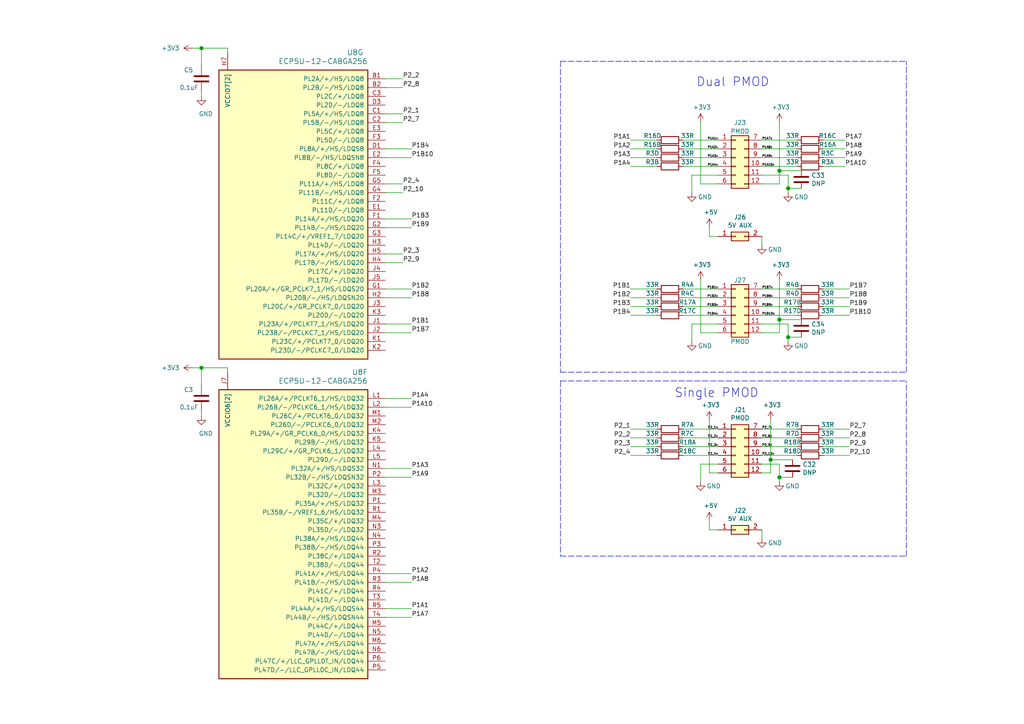
<source format=kicad_sch>
(kicad_sch (version 20201015) (generator eeschema)
  (paper "A4")
  (title_block (title "iCEBreaker++") (date "2020-12-05") (rev "V0.1") (company "GsD") (comment 1 "2020 (C) GsD  <greg.davill@gmail.com>"))
  (lib_symbols
    (symbol "Connector_Generic:Conn_02x01" (pin_names (offset 1.016) hide)
      (property "Reference" "J" (at 1.27 2.54 0))
      (property "Value" "Conn_02x01" (at 1.27 -2.54 0))
      (symbol "Conn_02x01_1_1"
        (pin passive line (at -5.08 0 0) (length 3.81) (name "Pin_1") (number "1"))
        (pin passive line (at 7.62 0 180) (length 3.81) (name "Pin_2") (number "2"))
      )
    )
    (symbol "Connector_Generic:Conn_02x06_Top_Bottom" (pin_names (offset 1.016) hide)
      (property "Reference" "J" (at 1.27 7.62 0))
      (property "Value" "Conn_02x06_Top_Bottom" (at 1.27 -10.16 0))
      (symbol "Conn_02x06_Top_Bottom_1_1"
        (pin passive line (at -5.08 5.08 0) (length 3.81) (name "Pin_1") (number "1"))
        (pin passive line (at 7.62 -2.54 180) (length 3.81) (name "Pin_10") (number "10"))
        (pin passive line (at 7.62 -5.08 180) (length 3.81) (name "Pin_11") (number "11"))
        (pin passive line (at 7.62 -7.62 180) (length 3.81) (name "Pin_12") (number "12"))
        (pin passive line (at -5.08 2.54 0) (length 3.81) (name "Pin_2") (number "2"))
        (pin passive line (at -5.08 0 0) (length 3.81) (name "Pin_3") (number "3"))
        (pin passive line (at -5.08 -2.54 0) (length 3.81) (name "Pin_4") (number "4"))
        (pin passive line (at -5.08 -5.08 0) (length 3.81) (name "Pin_5") (number "5"))
        (pin passive line (at -5.08 -7.62 0) (length 3.81) (name "Pin_6") (number "6"))
        (pin passive line (at 7.62 5.08 180) (length 3.81) (name "Pin_7") (number "7"))
        (pin passive line (at 7.62 2.54 180) (length 3.81) (name "Pin_8") (number "8"))
        (pin passive line (at 7.62 0 180) (length 3.81) (name "Pin_9") (number "9"))
      )
    )
    (symbol "Device:C" (pin_numbers hide) (pin_names (offset 0.254))
      (property "Reference" "C" (at 0.635 2.54 0))
      (property "Value" "C" (at 0.635 -2.54 0))
      (symbol "C_1_1"
        (pin passive line (at 0 3.81 270) (length 2.794) (name "~") (number "1"))
        (pin passive line (at 0 -3.81 90) (length 2.794) (name "~") (number "2"))
      )
    )
    (symbol "Device:R_Pack04_Split" (pin_numbers hide) (pin_names (offset 0))
      (property "Reference" "R" (at 2.032 0 90))
      (property "Value" "R_Pack04_Split" (at 0 0 90))
      (symbol "R_Pack04_Split_1_1"
        (pin passive line (at 0 -3.81 90) (length 1.27) (name "~") (number "1"))
        (pin passive line (at 0 3.81 270) (length 1.27) (name "~") (number "8"))
      )
      (symbol "R_Pack04_Split_2_1"
        (pin passive line (at 0 -3.81 90) (length 1.27) (name "~") (number "2"))
        (pin passive line (at 0 3.81 270) (length 1.27) (name "~") (number "7"))
      )
      (symbol "R_Pack04_Split_3_1"
        (pin passive line (at 0 -3.81 90) (length 1.27) (name "~") (number "3"))
        (pin passive line (at 0 3.81 270) (length 1.27) (name "~") (number "6"))
      )
      (symbol "R_Pack04_Split_4_1"
        (pin passive line (at 0 -3.81 90) (length 1.27) (name "~") (number "4"))
        (pin passive line (at 0 3.81 270) (length 1.27) (name "~") (number "5"))
      )
    )
    (symbol "gsd-kicad:ECP5U-12-CABGA256" (pin_names (offset 1.016))
      (property "Reference" "U" (at 3.81 6.35 0))
      (property "Value" "ECP5U-12-CABGA256" (at 3.81 3.81 0))
      (symbol "ECP5U-12-CABGA256_1_1"
        (pin power_in line (at 7.62 -15.24 90) (length 5.08) (name "GND[27]") (number "A16"))
        (pin power_in line (at 7.62 -15.24 90) (length 5.08) (name "GND[27]") (number "H16"))
        (pin power_in line (at 7.62 -15.24 90) (length 5.08) (name "GND[27]") (number "T16"))
        (pin power_in line (at 7.62 -15.24 90) (length 5.08) (name "GND[27]") (number "D15"))
        (pin power_in line (at 7.62 -15.24 90) (length 5.08) (name "GND[27]") (number "N15"))
        (pin power_in line (at 7.62 -15.24 90) (length 5.08) (name "GND[27]") (number "T12"))
        (pin power_in line (at 7.62 -15.24 90) (length 5.08) (name "GND[27]") (number "G10"))
        (pin power_in line (at 7.62 -15.24 90) (length 5.08) (name "GND[27]") (number "H10"))
        (pin power_in line (at 7.62 -15.24 90) (length 5.08) (name "GND[27]") (number "J10"))
        (pin power_in line (at 7.62 -15.24 90) (length 5.08) (name "GND[27]") (number "K10"))
        (pin power_in line (at 7.62 -15.24 90) (length 5.08) (name "GND[27]") (number "F9"))
        (pin power_in line (at 7.62 -15.24 90) (length 5.08) (name "GND[27]") (number "H9"))
        (pin power_in line (at 7.62 -15.24 90) (length 5.08) (name "GND[27]") (number "J9"))
        (pin power_in line (at 7.62 -15.24 90) (length 5.08) (name "GND[27]") (number "K9"))
        (pin power_in line (at 7.62 -15.24 90) (length 5.08) (name "GND[27]") (number "F8"))
        (pin power_in line (at 7.62 -15.24 90) (length 5.08) (name "GND[27]") (number "G8"))
        (pin power_in line (at 7.62 -15.24 90) (length 5.08) (name "GND[27]") (number "H8"))
        (pin power_in line (at 7.62 -15.24 90) (length 5.08) (name "GND[27]") (number "J8"))
        (pin power_in line (at 7.62 -15.24 90) (length 5.08) (name "GND[27]") (number "K8"))
        (pin power_in line (at 7.62 -15.24 90) (length 5.08) (name "GND[27]") (number "K7"))
        (pin power_in line (at 7.62 -15.24 90) (length 5.08) (name "GND[27]") (number "K6"))
        (pin power_in line (at 7.62 -15.24 90) (length 5.08) (name "GND[27]") (number "T5"))
        (pin power_in line (at 7.62 -15.24 90) (length 5.08) (name "GND[27]") (number "D2"))
        (pin power_in line (at 7.62 -15.24 90) (length 5.08) (name "GND[27]") (number "N2"))
        (pin power_in line (at 7.62 -15.24 90) (length 5.08) (name "GND[27]") (number "A1"))
        (pin power_in line (at 7.62 -15.24 90) (length 5.08) (name "GND[27]") (number "H1"))
        (pin power_in line (at 7.62 -15.24 90) (length 5.08) (name "GND[27]") (number "T1"))
        (pin power_in line (at 10.16 22.86 270) (length 5.08) (name "VCC[6]") (number "L10"))
        (pin power_in line (at 10.16 22.86 270) (length 5.08) (name "VCC[6]") (number "G9"))
        (pin power_in line (at 10.16 22.86 270) (length 5.08) (name "VCC[6]") (number "L9"))
        (pin power_in line (at 10.16 22.86 270) (length 5.08) (name "VCC[6]") (number "L8"))
        (pin power_in line (at 10.16 22.86 270) (length 5.08) (name "VCC[6]") (number "G7"))
        (pin power_in line (at 10.16 22.86 270) (length 5.08) (name "VCC[6]") (number "G6"))
        (pin power_in line (at 7.62 22.86 270) (length 5.08) (name "VCCAUX[2]") (number "G11"))
        (pin power_in line (at 7.62 22.86 270) (length 5.08) (name "VCCAUX[2]") (number "L7"))
      )
      (symbol "ECP5U-12-CABGA256_2_1"
        (pin bidirectional line (at 0 0 0) (length 5.08) (name "PT4A/+") (number "A2"))
        (pin bidirectional line (at 0 -2.54 0) (length 5.08) (name "PT4B/-") (number "B3"))
        (pin bidirectional line (at 0 -5.08 0) (length 5.08) (name "PT6A/+") (number "A3"))
        (pin bidirectional line (at 0 -7.62 0) (length 5.08) (name "PT6B/-") (number "A4"))
        (pin bidirectional line (at 0 -10.16 0) (length 5.08) (name "PT9A/+") (number "E4"))
        (pin bidirectional line (at 0 -12.7 0) (length 5.08) (name "PT9B/-") (number "D4"))
        (pin bidirectional line (at 0 -15.24 0) (length 5.08) (name "PT11A/+") (number "C4"))
        (pin bidirectional line (at 0 -17.78 0) (length 5.08) (name "PT11B/-") (number "B4"))
        (pin bidirectional line (at 0 -20.32 0) (length 5.08) (name "PT13A/+") (number "E5"))
        (pin bidirectional line (at 0 -22.86 0) (length 5.08) (name "PT13B/-") (number "D5"))
        (pin bidirectional line (at 0 -25.4 0) (length 5.08) (name "PT15A/+") (number "C5"))
        (pin bidirectional line (at 0 -27.94 0) (length 5.08) (name "PT15B/-") (number "B5"))
        (pin bidirectional line (at 0 -30.48 0) (length 5.08) (name "PT18A/+") (number "A5"))
        (pin bidirectional line (at 0 -33.02 0) (length 5.08) (name "PT18B/-") (number "A6"))
        (pin bidirectional line (at 0 -35.56 0) (length 5.08) (name "PT20A/+") (number "E6"))
        (pin bidirectional line (at 0 -38.1 0) (length 5.08) (name "PT20B/-") (number "D6"))
        (pin bidirectional line (at 0 -40.64 0) (length 5.08) (name "PT22A/+") (number "C6"))
        (pin bidirectional line (at 0 -43.18 0) (length 5.08) (name "PT22B/-") (number "B6"))
        (pin bidirectional line (at 0 -45.72 0) (length 5.08) (name "PT24A/+/GR_PCLK0_1") (number "E7"))
        (pin bidirectional line (at 0 -48.26 0) (length 5.08) (name "PT24B/-/GR_PCLK0_0") (number "D7"))
        (pin bidirectional line (at 0 -50.8 0) (length 5.08) (name "PT27A/+/PCLKT0_1") (number "C7"))
        (pin bidirectional line (at 0 -53.34 0) (length 5.08) (name "PT27B/-/PCLKC0_1") (number "B7"))
        (pin bidirectional line (at 0 -55.88 0) (length 5.08) (name "PT29A/+/PCLKT0_0") (number "A7"))
        (pin bidirectional line (at 0 -58.42 0) (length 5.08) (name "PT29B/-/PCLKC0_0") (number "A8"))
        (pin power_in line (at 33.02 7.62 270) (length 5.08) (name "VCCIO0[2]") (number "F7"))
        (pin power_in line (at 33.02 7.62 270) (length 5.08) (name "VCCIO0[2]") (number "F6"))
      )
      (symbol "ECP5U-12-CABGA256_3_1"
        (pin bidirectional line (at 0 0 0) (length 5.08) (name "PT33A/+/PCLKT1_1") (number "E8"))
        (pin bidirectional line (at 0 -2.54 0) (length 5.08) (name "PT33B/-/PCLKC1_1") (number "D8"))
        (pin bidirectional line (at 0 -5.08 0) (length 5.08) (name "PT35A/+/PCLKT1_0") (number "C8"))
        (pin bidirectional line (at 0 -7.62 0) (length 5.08) (name "PT35B/-/PCLKC1_0") (number "B8"))
        (pin bidirectional line (at 0 -10.16 0) (length 5.08) (name "PT38A/+/GR_PCLK1_0") (number "B9"))
        (pin bidirectional line (at 0 -12.7 0) (length 5.08) (name "PT38B/-/GR_PCLK1_1") (number "C9"))
        (pin bidirectional line (at 0 -15.24 0) (length 5.08) (name "PT40A/+") (number "D9"))
        (pin bidirectional line (at 0 -17.78 0) (length 5.08) (name "PT40B/-") (number "E9"))
        (pin bidirectional line (at 0 -20.32 0) (length 5.08) (name "PT42A/+") (number "A9"))
        (pin bidirectional line (at 0 -22.86 0) (length 5.08) (name "PT42B/-") (number "A10"))
        (pin bidirectional line (at 0 -25.4 0) (length 5.08) (name "PT44A/+") (number "B10"))
        (pin bidirectional line (at 0 -27.94 0) (length 5.08) (name "PT44B/-") (number "C10"))
        (pin bidirectional line (at 0 -30.48 0) (length 5.08) (name "PT47A/+") (number "D10"))
        (pin bidirectional line (at 0 -33.02 0) (length 5.08) (name "PT47B/-") (number "E10"))
        (pin bidirectional line (at 0 -35.56 0) (length 5.08) (name "PT49A/+") (number "B11"))
        (pin bidirectional line (at 0 -38.1 0) (length 5.08) (name "PT49B/-") (number "C11"))
        (pin bidirectional line (at 0 -40.64 0) (length 5.08) (name "PT51A/+") (number "D11"))
        (pin bidirectional line (at 0 -43.18 0) (length 5.08) (name "PT51B/-") (number "E11"))
        (pin bidirectional line (at 0 -45.72 0) (length 5.08) (name "PT53A/+") (number "A11"))
        (pin bidirectional line (at 0 -48.26 0) (length 5.08) (name "PT53B/-") (number "A12"))
        (pin bidirectional line (at 0 -50.8 0) (length 5.08) (name "PT56A/+") (number "B12"))
        (pin bidirectional line (at 0 -53.34 0) (length 5.08) (name "PT56B/-") (number "C12"))
        (pin bidirectional line (at 0 -55.88 0) (length 5.08) (name "PT58A/+") (number "D12"))
        (pin bidirectional line (at 0 -58.42 0) (length 5.08) (name "PT58B/-") (number "E12"))
        (pin bidirectional line (at 0 -60.96 0) (length 5.08) (name "PT60A/+") (number "B13"))
        (pin bidirectional line (at 0 -63.5 0) (length 5.08) (name "PT60B/-") (number "C13"))
        (pin bidirectional line (at 0 -66.04 0) (length 5.08) (name "PT62A/+") (number "D13"))
        (pin bidirectional line (at 0 -68.58 0) (length 5.08) (name "PT62B/-") (number "E13"))
        (pin bidirectional line (at 0 -71.12 0) (length 5.08) (name "PT65A/+") (number "A13"))
        (pin bidirectional line (at 0 -73.66 0) (length 5.08) (name "PT65B/-") (number "A14"))
        (pin bidirectional line (at 0 -76.2 0) (length 5.08) (name "PT67A/+") (number "B14"))
        (pin bidirectional line (at 0 -78.74 0) (length 5.08) (name "PT67B/-") (number "A15"))
        (pin power_in line (at 33.02 7.62 270) (length 5.08) (name "VCCIO1[2]") (number "F11"))
        (pin power_in line (at 33.02 7.62 270) (length 5.08) (name "VCCIO1[2]") (number "F10"))
      )
      (symbol "ECP5U-12-CABGA256_4_1"
        (pin bidirectional line (at 0 0 0) (length 5.08) (name "PR2A/+/HS/RDQ8") (number "B16"))
        (pin bidirectional line (at 0 -2.54 0) (length 5.08) (name "PR2B/-/S0_IN/HS/RDQ8") (number "B15"))
        (pin bidirectional line (at 0 -5.08 0) (length 5.08) (name "PR2C/+/RDQ8") (number "C14"))
        (pin bidirectional line (at 0 -7.62 0) (length 5.08) (name "PR2D/-/RDQ8") (number "D14"))
        (pin bidirectional line (at 0 -10.16 0) (length 5.08) (name "PR5A/+/HS/RDQ8") (number "C16"))
        (pin bidirectional line (at 0 -12.7 0) (length 5.08) (name "PR5B/-/HS/RDQ8") (number "C15"))
        (pin bidirectional line (at 0 -15.24 0) (length 5.08) (name "PR5C/+/RDQ8") (number "E14"))
        (pin bidirectional line (at 0 -17.78 0) (length 5.08) (name "PR5D/-/RDQ8") (number "F14"))
        (pin bidirectional line (at 0 -20.32 0) (length 5.08) (name "PR8A/+/HS/RDQS8") (number "D16"))
        (pin bidirectional line (at 0 -22.86 0) (length 5.08) (name "PR8B/-/HS/RDQSN8") (number "E15"))
        (pin bidirectional line (at 0 -25.4 0) (length 5.08) (name "PR8C/+/RDQ8") (number "F13"))
        (pin bidirectional line (at 0 -27.94 0) (length 5.08) (name "PR8D/-/RDQ8") (number "F12"))
        (pin bidirectional line (at 0 -30.48 0) (length 5.08) (name "PR11A/+/HS/RDQ8") (number "G12"))
        (pin bidirectional line (at 0 -33.02 0) (length 5.08) (name "PR11B/-/HS/RDQ8") (number "G13"))
        (pin bidirectional line (at 0 -35.56 0) (length 5.08) (name "PR11C/+/RDQ8") (number "F15"))
        (pin bidirectional line (at 0 -38.1 0) (length 5.08) (name "PR11D/-/RDQ8") (number "E16"))
        (pin bidirectional line (at 0 -40.64 0) (length 5.08) (name "PR14A/+/HS/RDQ20") (number "F16"))
        (pin bidirectional line (at 0 -43.18 0) (length 5.08) (name "PR14B/-/HS/RDQ20") (number "G15"))
        (pin bidirectional line (at 0 -45.72 0) (length 5.08) (name "PR14C/+/VREF1_2/RDQ20") (number "G14"))
        (pin bidirectional line (at 0 -48.26 0) (length 5.08) (name "PR14D/-/RDQ20") (number "H14"))
        (pin bidirectional line (at 0 -50.8 0) (length 5.08) (name "PR17A/+/HS/RDQ20") (number "H12"))
        (pin bidirectional line (at 0 -53.34 0) (length 5.08) (name "PR17B/-/HS/RDQ20") (number "H13"))
        (pin bidirectional line (at 0 -55.88 0) (length 5.08) (name "PR17C/+/RDQ20") (number "J13"))
        (pin bidirectional line (at 0 -58.42 0) (length 5.08) (name "PR17D/-/RDQ20") (number "J12"))
        (pin bidirectional line (at 0 -60.96 0) (length 5.08) (name "PR20A/+/GR_PCLK2_1/HS/RDQS20") (number "G16"))
        (pin bidirectional line (at 0 -63.5 0) (length 5.08) (name "PR20B/-/HS/RDQSN20") (number "H15"))
        (pin bidirectional line (at 0 -66.04 0) (length 5.08) (name "PR20C/+/GR_PCLK2_0/RDQ20") (number "J14"))
        (pin bidirectional line (at 0 -68.58 0) (length 5.08) (name "PR20D/-/RDQ20") (number "K14"))
        (pin bidirectional line (at 0 -71.12 0) (length 5.08) (name "PR23A/+/PCLKT2_1/HS/RDQ20") (number "J16"))
        (pin bidirectional line (at 0 -73.66 0) (length 5.08) (name "PR23B/-/PCLKC2_1/HS/RDQ20") (number "J15"))
        (pin bidirectional line (at 0 -76.2 0) (length 5.08) (name "PR23C/+/PCLKT2_0/RDQ20") (number "K16"))
        (pin bidirectional line (at 0 -78.74 0) (length 5.08) (name "PR23D/-/PCLKC2_0/RDQ20") (number "K15"))
        (pin power_in line (at 45.72 7.62 270) (length 5.08) (name "VCCIO2[2]") (number "H11"))
        (pin power_in line (at 45.72 7.62 270) (length 5.08) (name "VCCIO2[2]") (number "J11"))
      )
      (symbol "ECP5U-12-CABGA256_5_1"
        (pin bidirectional line (at 0 0 0) (length 5.08) (name "PR26A/+/PCLKT3_1/HS/RDQ32") (number "L16"))
        (pin bidirectional line (at 0 -2.54 0) (length 5.08) (name "PR26B/-/PCLKC3_1/HS/RDQ32") (number "L15"))
        (pin bidirectional line (at 0 -5.08 0) (length 5.08) (name "PR26C/+/PCLKT3_0/RDQ32") (number "M16"))
        (pin bidirectional line (at 0 -7.62 0) (length 5.08) (name "PR26D/-/PCLKC3_0/RDQ32") (number "M15"))
        (pin bidirectional line (at 0 -10.16 0) (length 5.08) (name "PR29A/+/GR_PCLK3_0/HS/RDQ32") (number "K13"))
        (pin bidirectional line (at 0 -12.7 0) (length 5.08) (name "PR29B/-/HS/RDQ32") (number "K12"))
        (pin bidirectional line (at 0 -15.24 0) (length 5.08) (name "PR29C/+/GR_PCLK3_1/RDQ32") (number "L13"))
        (pin bidirectional line (at 0 -17.78 0) (length 5.08) (name "PR29D/-/RDQ32") (number "L12"))
        (pin bidirectional line (at 0 -20.32 0) (length 5.08) (name "PR32A/+/HS/RDQS32") (number "N16"))
        (pin bidirectional line (at 0 -22.86 0) (length 5.08) (name "PR32B/-/HS/RDQSN32") (number "P15"))
        (pin bidirectional line (at 0 -25.4 0) (length 5.08) (name "PR32C/+/RDQ32") (number "L14"))
        (pin bidirectional line (at 0 -27.94 0) (length 5.08) (name "PR32D/-/RDQ32") (number "M14"))
        (pin bidirectional line (at 0 -30.48 0) (length 5.08) (name "PR35A/+/HS/RDQ32") (number "P16"))
        (pin bidirectional line (at 0 -33.02 0) (length 5.08) (name "PR35B/-/VREF1_3/HS/RDQ32") (number "R16"))
        (pin bidirectional line (at 0 -35.56 0) (length 5.08) (name "PR35C/+/RDQ32") (number "M13"))
        (pin bidirectional line (at 0 -38.1 0) (length 5.08) (name "PR35D/-/RDQ32") (number "N14"))
        (pin bidirectional line (at 0 -40.64 0) (length 5.08) (name "PR38A/+/HS/RDQ44") (number "N13"))
        (pin bidirectional line (at 0 -43.18 0) (length 5.08) (name "PR38B/-/HS/RDQ44") (number "P14"))
        (pin bidirectional line (at 0 -45.72 0) (length 5.08) (name "PR38C/+/RDQ44") (number "R15"))
        (pin bidirectional line (at 0 -48.26 0) (length 5.08) (name "PR38D/-/RDQ44") (number "T15"))
        (pin bidirectional line (at 0 -50.8 0) (length 5.08) (name "PR41A/+/HS/RDQ44") (number "P13"))
        (pin bidirectional line (at 0 -53.34 0) (length 5.08) (name "PR41B/-/HS/RDQ44") (number "R14"))
        (pin bidirectional line (at 0 -55.88 0) (length 5.08) (name "PR41C/+/RDQ44") (number "R13"))
        (pin bidirectional line (at 0 -58.42 0) (length 5.08) (name "PR41D/-/RDQ44") (number "T14"))
        (pin bidirectional line (at 0 -60.96 0) (length 5.08) (name "PR44A/+/HS/RDQS44") (number "R12"))
        (pin bidirectional line (at 0 -63.5 0) (length 5.08) (name "PR44B/-/HS/RDQSN44") (number "T13"))
        (pin bidirectional line (at 0 -66.04 0) (length 5.08) (name "PR44C/+/RDQ44") (number "M12"))
        (pin bidirectional line (at 0 -68.58 0) (length 5.08) (name "PR44D/-/RDQ44") (number "N12"))
        (pin bidirectional line (at 0 -71.12 0) (length 5.08) (name "PR47A/+/HS/RDQ44") (number "M11"))
        (pin bidirectional line (at 0 -73.66 0) (length 5.08) (name "PR47B/-/HS/RDQ44") (number "N11"))
        (pin bidirectional line (at 0 -76.2 0) (length 5.08) (name "PR47C/+/LRC_GPLL0T_IN/RDQ44") (number "P11"))
        (pin bidirectional line (at 0 -78.74 0) (length 5.08) (name "PR47D/-/LRC_GPLL0C_IN/RDQ44") (number "P12"))
        (pin power_in line (at 45.72 7.62 270) (length 5.08) (name "VCCIO3[2]") (number "K11"))
        (pin power_in line (at 45.72 7.62 270) (length 5.08) (name "VCCIO3[2]") (number "L11"))
      )
      (symbol "ECP5U-12-CABGA256_6_1"
        (pin bidirectional line (at 0 0 0) (length 5.08) (name "PL26A/+/PCLKT6_1/HS/LDQ32") (number "L1"))
        (pin bidirectional line (at 0 -2.54 0) (length 5.08) (name "PL26B/-/PCLKC6_1/HS/LDQ32") (number "L2"))
        (pin bidirectional line (at 0 -5.08 0) (length 5.08) (name "PL26C/+/PCLKT6_0/LDQ32") (number "M1"))
        (pin bidirectional line (at 0 -7.62 0) (length 5.08) (name "PL26D/-/PCLKC6_0/LDQ32") (number "M2"))
        (pin bidirectional line (at 0 -10.16 0) (length 5.08) (name "PL29A/+/GR_PCLK6_0/HS/LDQ32") (number "K4"))
        (pin bidirectional line (at 0 -12.7 0) (length 5.08) (name "PL29B/-/HS/LDQ32") (number "K5"))
        (pin bidirectional line (at 0 -15.24 0) (length 5.08) (name "PL29C/+/GR_PCLK6_1/LDQ32") (number "L4"))
        (pin bidirectional line (at 0 -17.78 0) (length 5.08) (name "PL29D/-/LDQ32") (number "L5"))
        (pin bidirectional line (at 0 -20.32 0) (length 5.08) (name "PL32A/+/HS/LDQS32") (number "N1"))
        (pin bidirectional line (at 0 -22.86 0) (length 5.08) (name "PL32B/-/HS/LDQSN32") (number "P2"))
        (pin bidirectional line (at 0 -25.4 0) (length 5.08) (name "PL32C/+/LDQ32") (number "L3"))
        (pin bidirectional line (at 0 -27.94 0) (length 5.08) (name "PL32D/-/LDQ32") (number "M3"))
        (pin bidirectional line (at 0 -30.48 0) (length 5.08) (name "PL35A/+/HS/LDQ32") (number "P1"))
        (pin bidirectional line (at 0 -33.02 0) (length 5.08) (name "PL35B/-/VREF1_6/HS/LDQ32") (number "R1"))
        (pin bidirectional line (at 0 -35.56 0) (length 5.08) (name "PL35C/+/LDQ32") (number "M4"))
        (pin bidirectional line (at 0 -38.1 0) (length 5.08) (name "PL35D/-/LDQ32") (number "N3"))
        (pin bidirectional line (at 0 -40.64 0) (length 5.08) (name "PL38A/+/HS/LDQ44") (number "N4"))
        (pin bidirectional line (at 0 -43.18 0) (length 5.08) (name "PL38B/-/HS/LDQ44") (number "P3"))
        (pin bidirectional line (at 0 -45.72 0) (length 5.08) (name "PL38C/+/LDQ44") (number "R2"))
        (pin bidirectional line (at 0 -48.26 0) (length 5.08) (name "PL38D/-/LDQ44") (number "T2"))
        (pin bidirectional line (at 0 -50.8 0) (length 5.08) (name "PL41A/+/HS/LDQ44") (number "P4"))
        (pin bidirectional line (at 0 -53.34 0) (length 5.08) (name "PL41B/-/HS/LDQ44") (number "R3"))
        (pin bidirectional line (at 0 -55.88 0) (length 5.08) (name "PL41C/+/LDQ44") (number "R4"))
        (pin bidirectional line (at 0 -58.42 0) (length 5.08) (name "PL41D/-/LDQ44") (number "T3"))
        (pin bidirectional line (at 0 -60.96 0) (length 5.08) (name "PL44A/+/HS/LDQS44") (number "R5"))
        (pin bidirectional line (at 0 -63.5 0) (length 5.08) (name "PL44B/-/HS/LDQSN44") (number "T4"))
        (pin bidirectional line (at 0 -66.04 0) (length 5.08) (name "PL44C/+/LDQ44") (number "M5"))
        (pin bidirectional line (at 0 -68.58 0) (length 5.08) (name "PL44D/-/LDQ44") (number "N5"))
        (pin bidirectional line (at 0 -71.12 0) (length 5.08) (name "PL47A/+/HS/LDQ44") (number "M6"))
        (pin bidirectional line (at 0 -73.66 0) (length 5.08) (name "PL47B/-/HS/LDQ44") (number "N6"))
        (pin bidirectional line (at 0 -76.2 0) (length 5.08) (name "PL47C/+/LLC_GPLL0T_IN/LDQ44") (number "P6"))
        (pin bidirectional line (at 0 -78.74 0) (length 5.08) (name "PL47D/-/LLC_GPLL0C_IN/LDQ44") (number "P5"))
        (pin power_in line (at 45.72 7.62 270) (length 5.08) (name "VCCIO6[2]") (number "J7"))
        (pin power_in line (at 45.72 7.62 270) (length 5.08) (name "VCCIO6[2]") (number "J6"))
      )
      (symbol "ECP5U-12-CABGA256_7_1"
        (pin bidirectional line (at 0 0 0) (length 5.08) (name "PL2A/+/HS/LDQ8") (number "B1"))
        (pin bidirectional line (at 0 -2.54 0) (length 5.08) (name "PL2B/-/HS/LDQ8") (number "B2"))
        (pin bidirectional line (at 0 -5.08 0) (length 5.08) (name "PL2C/+/LDQ8") (number "C3"))
        (pin bidirectional line (at 0 -7.62 0) (length 5.08) (name "PL2D/-/LDQ8") (number "D3"))
        (pin bidirectional line (at 0 -10.16 0) (length 5.08) (name "PL5A/+/HS/LDQ8") (number "C1"))
        (pin bidirectional line (at 0 -12.7 0) (length 5.08) (name "PL5B/-/HS/LDQ8") (number "C2"))
        (pin bidirectional line (at 0 -15.24 0) (length 5.08) (name "PL5C/+/LDQ8") (number "E3"))
        (pin bidirectional line (at 0 -17.78 0) (length 5.08) (name "PL5D/-/LDQ8") (number "F3"))
        (pin bidirectional line (at 0 -20.32 0) (length 5.08) (name "PL8A/+/HS/LDQS8") (number "D1"))
        (pin bidirectional line (at 0 -22.86 0) (length 5.08) (name "PL8B/-/HS/LDQSN8") (number "E2"))
        (pin bidirectional line (at 0 -25.4 0) (length 5.08) (name "PL8C/+/LDQ8") (number "F4"))
        (pin bidirectional line (at 0 -27.94 0) (length 5.08) (name "PL8D/-/LDQ8") (number "F5"))
        (pin bidirectional line (at 0 -30.48 0) (length 5.08) (name "PL11A/+/HS/LDQ8") (number "G5"))
        (pin bidirectional line (at 0 -33.02 0) (length 5.08) (name "PL11B/-/HS/LDQ8") (number "G4"))
        (pin bidirectional line (at 0 -35.56 0) (length 5.08) (name "PL11C/+/LDQ8") (number "F2"))
        (pin bidirectional line (at 0 -38.1 0) (length 5.08) (name "PL11D/-/LDQ8") (number "E1"))
        (pin bidirectional line (at 0 -40.64 0) (length 5.08) (name "PL14A/+/HS/LDQ20") (number "F1"))
        (pin bidirectional line (at 0 -43.18 0) (length 5.08) (name "PL14B/-/HS/LDQ20") (number "G2"))
        (pin bidirectional line (at 0 -45.72 0) (length 5.08) (name "PL14C/+/VREF1_7/LDQ20") (number "G3"))
        (pin bidirectional line (at 0 -48.26 0) (length 5.08) (name "PL14D/-/LDQ20") (number "H3"))
        (pin bidirectional line (at 0 -50.8 0) (length 5.08) (name "PL17A/+/HS/LDQ20") (number "H5"))
        (pin bidirectional line (at 0 -53.34 0) (length 5.08) (name "PL17B/-/HS/LDQ20") (number "H4"))
        (pin bidirectional line (at 0 -55.88 0) (length 5.08) (name "PL17C/+/LDQ20") (number "J4"))
        (pin bidirectional line (at 0 -58.42 0) (length 5.08) (name "PL17D/-/LDQ20") (number "J5"))
        (pin bidirectional line (at 0 -60.96 0) (length 5.08) (name "PL20A/+/GR_PCLK7_1/HS/LDQS20") (number "G1"))
        (pin bidirectional line (at 0 -63.5 0) (length 5.08) (name "PL20B/-/HS/LDQSN20") (number "H2"))
        (pin bidirectional line (at 0 -66.04 0) (length 5.08) (name "PL20C/+/GR_PCLK7_0/LDQ20") (number "J3"))
        (pin bidirectional line (at 0 -68.58 0) (length 5.08) (name "PL20D/-/LDQ20") (number "K3"))
        (pin bidirectional line (at 0 -71.12 0) (length 5.08) (name "PL23A/+/PCLKT7_1/HS/LDQ20") (number "J1"))
        (pin bidirectional line (at 0 -73.66 0) (length 5.08) (name "PL23B/-/PCLKC7_1/HS/LDQ20") (number "J2"))
        (pin bidirectional line (at 0 -76.2 0) (length 5.08) (name "PL23C/+/PCLKT7_0/LDQ20") (number "K1"))
        (pin bidirectional line (at 0 -78.74 0) (length 5.08) (name "PL23D/-/PCLKC7_0/LDQ20") (number "K2"))
        (pin power_in line (at 45.72 7.62 270) (length 5.08) (name "VCCIO7[2]") (number "H7"))
        (pin power_in line (at 45.72 7.62 270) (length 5.08) (name "VCCIO7[2]") (number "H6"))
      )
      (symbol "ECP5U-12-CABGA256_8_1"
        (pin bidirectional line (at 0 0 0) (length 5.08) (name "CCLK/MCLK/SCK") (number "N9"))
        (pin bidirectional line (at 0 -2.54 0) (length 5.08) (name "CFG_0") (number "N10"))
        (pin bidirectional line (at 0 -5.08 0) (length 5.08) (name "CFG_1") (number "P10"))
        (pin bidirectional line (at 0 -7.62 0) (length 5.08) (name "CFG_2") (number "R10"))
        (pin bidirectional line (at 0 -10.16 0) (length 5.08) (name "DONE") (number "P9"))
        (pin bidirectional line (at 0 -12.7 0) (length 5.08) (name "INITN") (number "T9"))
        (pin bidirectional line (at 0 -15.24 0) (length 5.08) (name "PB4A/+/D7/IO7") (number "T6"))
        (pin bidirectional line (at 0 -17.78 0) (length 5.08) (name "PB4B/-/D6/IO6") (number "R6"))
        (pin bidirectional line (at 0 -20.32 0) (length 5.08) (name "PB6A/+/D5/MISO2/IO5") (number "R7"))
        (pin bidirectional line (at 0 -22.86 0) (length 5.08) (name "PB6B/-/D4/MOSI2/IO4") (number "P7"))
        (pin bidirectional line (at 0 -25.4 0) (length 5.08) (name "PB9A/+/D3/IO3") (number "N7"))
        (pin bidirectional line (at 0 -27.94 0) (length 5.08) (name "PB9B/-/D2/IO2") (number "M7"))
        (pin bidirectional line (at 0 -30.48 0) (length 5.08) (name "PB11A/+/D1/MISO/IO1") (number "T7"))
        (pin bidirectional line (at 0 -33.02 0) (length 5.08) (name "PB11B/-/D0/MOSI/IO0") (number "T8"))
        (pin bidirectional line (at 0 -35.56 0) (length 5.08) (name "PB13A/+/SN/CSN") (number "R8"))
        (pin bidirectional line (at 0 -38.1 0) (length 5.08) (name "PB13B/-/CS1N") (number "P8"))
        (pin bidirectional line (at 0 -40.64 0) (length 5.08) (name "PB15A/+/HOLDN/DI/BUSY/CSSPIN/CEN") (number "N8"))
        (pin bidirectional line (at 0 -43.18 0) (length 5.08) (name "PB15B/-/DOUT/CSON") (number "M8"))
        (pin bidirectional line (at 0 -45.72 0) (length 5.08) (name "PB18A/WRITEN") (number "M9"))
        (pin bidirectional line (at 0 -48.26 0) (length 5.08) (name "PROGRAMN") (number "R9"))
        (pin power_in line (at 50.8 7.62 270) (length 5.08) (name "VCCIO8") (number "L6"))
      )
      (symbol "ECP5U-12-CABGA256_9_1"
        (pin bidirectional line (at 0 0 0) (length 5.08) (name "TCK") (number "T10"))
        (pin bidirectional line (at 0 -2.54 0) (length 5.08) (name "TDI") (number "R11"))
        (pin bidirectional line (at 0 -5.08 0) (length 5.08) (name "TDO") (number "M10"))
        (pin bidirectional line (at 0 -7.62 0) (length 5.08) (name "TMS") (number "T11"))
      )
    )
    (symbol "icebreaker-rescue:pkl_C-pkl_device" (pin_numbers hide) (pin_names (offset 0.254))
      (property "Reference" "C" (at 0.635 2.54 0))
      (property "Value" "pkl_C-pkl_device" (at 0.635 -2.54 0))
      (symbol "pkl_C-pkl_device_1_1"
        (pin passive line (at 0 2.54 270) (length 1.524) (name "~") (number "1"))
        (pin passive line (at 0 -2.54 90) (length 1.524) (name "~") (number "2"))
      )
    )
    (symbol "power:+3V3" (power) (pin_names (offset 0))
      (property "Value" "+3V3" (at 0 3.556 0))
      (symbol "+3V3_1_1"
        (pin power_in line (at 0 0 90) (length 0) hide (name "+3V3") (number "1"))
      )
    )
    (symbol "power:+5V" (power) (pin_names (offset 0))
      (property "Value" "+5V" (at 0 3.556 0))
      (symbol "+5V_1_1"
        (pin power_in line (at 0 0 90) (length 0) hide (name "+5V") (number "1"))
      )
    )
    (symbol "power:GND" (power) (pin_names (offset 0))
      (property "Value" "GND" (at 0 -3.81 0))
      (symbol "GND_1_1"
        (pin power_in line (at 0 0 270) (length 0) hide (name "GND") (number "1"))
      )
    )
  )
  (junction (at 58.42 13.97) (diameter 1.016))
  (junction (at 58.42 106.68) (diameter 1.016))
  (junction (at 223.52 133.35) (diameter 1.016))
  (junction (at 226.06 49.53) (diameter 1.016))
  (junction (at 226.06 92.71) (diameter 1.016))
  (junction (at 226.06 138.43) (diameter 1.016))
  (junction (at 228.6 54.61) (diameter 1.016))
  (junction (at 228.6 97.79) (diameter 1.016))
  (wire (pts (xy 55.88 13.97) (xy 58.42 13.97)))
  (wire (pts (xy 55.88 106.68) (xy 58.42 106.68)))
  (wire (pts (xy 58.42 13.97) (xy 58.42 19.05)))
  (wire (pts (xy 58.42 26.67) (xy 58.42 27.94)))
  (wire (pts (xy 58.42 106.68) (xy 58.42 111.76)))
  (wire (pts (xy 58.42 119.38) (xy 58.42 120.65)))
  (wire (pts (xy 66.04 13.97) (xy 58.42 13.97)))
  (wire (pts (xy 66.04 15.24) (xy 66.04 13.97)))
  (wire (pts (xy 66.04 106.68) (xy 58.42 106.68)))
  (wire (pts (xy 66.04 107.95) (xy 66.04 106.68)))
  (wire (pts (xy 111.76 22.86) (xy 116.84 22.86)))
  (wire (pts (xy 111.76 25.4) (xy 116.84 25.4)))
  (wire (pts (xy 111.76 33.02) (xy 116.84 33.02)))
  (wire (pts (xy 111.76 35.56) (xy 116.84 35.56)))
  (wire (pts (xy 111.76 43.18) (xy 119.38 43.18)))
  (wire (pts (xy 111.76 45.72) (xy 119.38 45.72)))
  (wire (pts (xy 111.76 53.34) (xy 116.84 53.34)))
  (wire (pts (xy 111.76 55.88) (xy 116.84 55.88)))
  (wire (pts (xy 111.76 63.5) (xy 119.38 63.5)))
  (wire (pts (xy 111.76 66.04) (xy 119.38 66.04)))
  (wire (pts (xy 111.76 73.66) (xy 116.84 73.66)))
  (wire (pts (xy 111.76 76.2) (xy 116.84 76.2)))
  (wire (pts (xy 111.76 83.82) (xy 119.38 83.82)))
  (wire (pts (xy 111.76 86.36) (xy 119.38 86.36)))
  (wire (pts (xy 111.76 93.98) (xy 119.38 93.98)))
  (wire (pts (xy 111.76 96.52) (xy 119.38 96.52)))
  (wire (pts (xy 111.76 115.57) (xy 119.38 115.57)))
  (wire (pts (xy 111.76 118.11) (xy 119.38 118.11)))
  (wire (pts (xy 111.76 135.89) (xy 119.38 135.89)))
  (wire (pts (xy 111.76 138.43) (xy 119.38 138.43)))
  (wire (pts (xy 111.76 166.37) (xy 119.38 166.37)))
  (wire (pts (xy 111.76 168.91) (xy 119.38 168.91)))
  (wire (pts (xy 111.76 176.53) (xy 119.38 176.53)))
  (wire (pts (xy 111.76 179.07) (xy 119.38 179.07)))
  (wire (pts (xy 190.5 40.64) (xy 182.88 40.64)))
  (wire (pts (xy 190.5 43.18) (xy 182.88 43.18)))
  (wire (pts (xy 190.5 45.72) (xy 182.88 45.72)))
  (wire (pts (xy 190.5 48.26) (xy 182.88 48.26)))
  (wire (pts (xy 190.5 83.82) (xy 182.88 83.82)))
  (wire (pts (xy 190.5 86.36) (xy 182.88 86.36)))
  (wire (pts (xy 190.5 88.9) (xy 182.88 88.9)))
  (wire (pts (xy 190.5 91.44) (xy 182.88 91.44)))
  (wire (pts (xy 190.5 124.46) (xy 182.88 124.46)))
  (wire (pts (xy 190.5 127) (xy 182.88 127)))
  (wire (pts (xy 190.5 129.54) (xy 182.88 129.54)))
  (wire (pts (xy 190.5 132.08) (xy 182.88 132.08)))
  (wire (pts (xy 198.12 124.46) (xy 208.28 124.46)))
  (wire (pts (xy 198.12 127) (xy 208.28 127)))
  (wire (pts (xy 198.12 129.54) (xy 208.28 129.54)))
  (wire (pts (xy 198.12 132.08) (xy 208.28 132.08)))
  (wire (pts (xy 200.66 50.8) (xy 200.66 55.88)))
  (wire (pts (xy 200.66 93.98) (xy 208.28 93.98)))
  (wire (pts (xy 200.66 99.06) (xy 200.66 93.98)))
  (wire (pts (xy 203.2 53.34) (xy 203.2 35.56)))
  (wire (pts (xy 203.2 96.52) (xy 203.2 81.28)))
  (wire (pts (xy 203.2 96.52) (xy 208.28 96.52)))
  (wire (pts (xy 203.2 134.62) (xy 208.28 134.62)))
  (wire (pts (xy 203.2 139.7) (xy 203.2 134.62)))
  (wire (pts (xy 205.74 68.58) (xy 205.74 66.04)))
  (wire (pts (xy 205.74 137.16) (xy 205.74 121.92)))
  (wire (pts (xy 205.74 153.67) (xy 205.74 151.13)))
  (wire (pts (xy 208.28 40.64) (xy 198.12 40.64)))
  (wire (pts (xy 208.28 43.18) (xy 198.12 43.18)))
  (wire (pts (xy 208.28 45.72) (xy 198.12 45.72)))
  (wire (pts (xy 208.28 48.26) (xy 198.12 48.26)))
  (wire (pts (xy 208.28 50.8) (xy 200.66 50.8)))
  (wire (pts (xy 208.28 53.34) (xy 203.2 53.34)))
  (wire (pts (xy 208.28 68.58) (xy 205.74 68.58)))
  (wire (pts (xy 208.28 83.82) (xy 198.12 83.82)))
  (wire (pts (xy 208.28 86.36) (xy 198.12 86.36)))
  (wire (pts (xy 208.28 88.9) (xy 198.12 88.9)))
  (wire (pts (xy 208.28 91.44) (xy 198.12 91.44)))
  (wire (pts (xy 208.28 137.16) (xy 205.74 137.16)))
  (wire (pts (xy 208.28 153.67) (xy 205.74 153.67)))
  (wire (pts (xy 220.98 40.64) (xy 231.14 40.64)))
  (wire (pts (xy 220.98 43.18) (xy 231.14 43.18)))
  (wire (pts (xy 220.98 45.72) (xy 231.14 45.72)))
  (wire (pts (xy 220.98 48.26) (xy 231.14 48.26)))
  (wire (pts (xy 220.98 50.8) (xy 228.6 50.8)))
  (wire (pts (xy 220.98 53.34) (xy 226.06 53.34)))
  (wire (pts (xy 220.98 68.58) (xy 220.98 71.12)))
  (wire (pts (xy 220.98 83.82) (xy 231.14 83.82)))
  (wire (pts (xy 220.98 86.36) (xy 231.14 86.36)))
  (wire (pts (xy 220.98 88.9) (xy 231.14 88.9)))
  (wire (pts (xy 220.98 91.44) (xy 231.14 91.44)))
  (wire (pts (xy 220.98 124.46) (xy 231.14 124.46)))
  (wire (pts (xy 220.98 127) (xy 231.14 127)))
  (wire (pts (xy 220.98 129.54) (xy 231.14 129.54)))
  (wire (pts (xy 220.98 132.08) (xy 231.14 132.08)))
  (wire (pts (xy 220.98 134.62) (xy 226.06 134.62)))
  (wire (pts (xy 220.98 137.16) (xy 223.52 137.16)))
  (wire (pts (xy 220.98 153.67) (xy 220.98 156.21)))
  (wire (pts (xy 223.52 133.35) (xy 223.52 121.92)))
  (wire (pts (xy 223.52 133.35) (xy 229.87 133.35)))
  (wire (pts (xy 223.52 137.16) (xy 223.52 133.35)))
  (wire (pts (xy 226.06 49.53) (xy 226.06 35.56)))
  (wire (pts (xy 226.06 49.53) (xy 232.41 49.53)))
  (wire (pts (xy 226.06 53.34) (xy 226.06 49.53)))
  (wire (pts (xy 226.06 92.71) (xy 226.06 81.28)))
  (wire (pts (xy 226.06 92.71) (xy 232.41 92.71)))
  (wire (pts (xy 226.06 96.52) (xy 220.98 96.52)))
  (wire (pts (xy 226.06 96.52) (xy 226.06 92.71)))
  (wire (pts (xy 226.06 134.62) (xy 226.06 138.43)))
  (wire (pts (xy 226.06 138.43) (xy 226.06 139.7)))
  (wire (pts (xy 226.06 138.43) (xy 229.87 138.43)))
  (wire (pts (xy 228.6 50.8) (xy 228.6 54.61)))
  (wire (pts (xy 228.6 54.61) (xy 228.6 55.88)))
  (wire (pts (xy 228.6 54.61) (xy 232.41 54.61)))
  (wire (pts (xy 228.6 93.98) (xy 220.98 93.98)))
  (wire (pts (xy 228.6 93.98) (xy 228.6 97.79)))
  (wire (pts (xy 228.6 97.79) (xy 228.6 99.06)))
  (wire (pts (xy 228.6 97.79) (xy 232.41 97.79)))
  (wire (pts (xy 238.76 40.64) (xy 245.11 40.64)))
  (wire (pts (xy 238.76 43.18) (xy 245.11 43.18)))
  (wire (pts (xy 238.76 45.72) (xy 245.11 45.72)))
  (wire (pts (xy 238.76 48.26) (xy 245.11 48.26)))
  (wire (pts (xy 238.76 83.82) (xy 246.38 83.82)))
  (wire (pts (xy 238.76 86.36) (xy 246.38 86.36)))
  (wire (pts (xy 238.76 88.9) (xy 246.38 88.9)))
  (wire (pts (xy 238.76 91.44) (xy 246.38 91.44)))
  (wire (pts (xy 238.76 124.46) (xy 246.38 124.46)))
  (wire (pts (xy 238.76 127) (xy 246.38 127)))
  (wire (pts (xy 238.76 129.54) (xy 246.38 129.54)))
  (wire (pts (xy 238.76 132.08) (xy 246.38 132.08)))
  (polyline (pts (xy 162.56 17.78) (xy 162.56 107.95)) (stroke (width 0) (type dash)))
  (polyline (pts (xy 162.56 17.78) (xy 262.89 17.78)) (stroke (width 0) (type dash)))
  (polyline (pts (xy 162.56 107.95) (xy 262.89 107.95)) (stroke (width 0) (type dash)))
  (polyline (pts (xy 162.56 110.49) (xy 162.56 161.29)) (stroke (width 0) (type dash)))
  (polyline (pts (xy 162.56 110.49) (xy 262.89 110.49)) (stroke (width 0) (type dash)))
  (polyline (pts (xy 162.56 161.29) (xy 262.89 161.29)) (stroke (width 0) (type dash)))
  (polyline (pts (xy 262.89 107.95) (xy 262.89 17.78)) (stroke (width 0) (type dash)))
  (polyline (pts (xy 262.89 161.29) (xy 262.89 110.49)) (stroke (width 0) (type dash)))
  (text "Single PMOD" (at 195.58 115.57 0) (effects (font (size 2.54 2.54)) (justify left bottom)))
  (text "Dual PMOD" (at 201.93 25.4 0) (effects (font (size 2.54 2.54)) (justify left bottom)))
  (label "P2_2" (at 116.84 22.86 0))
  (label "P2_8" (at 116.84 25.4 0))
  (label "P2_1" (at 116.84 33.02 0))
  (label "P2_7" (at 116.84 35.56 0))
  (label "P2_4" (at 116.84 53.34 0))
  (label "P2_10" (at 116.84 55.88 0))
  (label "P2_3" (at 116.84 73.66 0))
  (label "P2_9" (at 116.84 76.2 0))
  (label "P1B4" (at 119.38 43.18 0))
  (label "P1B10" (at 119.38 45.72 0))
  (label "P1B3" (at 119.38 63.5 0))
  (label "P1B9" (at 119.38 66.04 0))
  (label "P1B2" (at 119.38 83.82 0))
  (label "P1B8" (at 119.38 86.36 0))
  (label "P1B1" (at 119.38 93.98 0))
  (label "P1B7" (at 119.38 96.52 0))
  (label "P1A4" (at 119.38 115.57 0))
  (label "P1A10" (at 119.38 118.11 0))
  (label "P1A3" (at 119.38 135.89 0))
  (label "P1A9" (at 119.38 138.43 0))
  (label "P1A2" (at 119.38 166.37 0))
  (label "P1A8" (at 119.38 168.91 0))
  (label "P1A1" (at 119.38 176.53 0))
  (label "P1A7" (at 119.38 179.07 0))
  (label "P1A1" (at 182.88 40.64 180))
  (label "P1A2" (at 182.88 43.18 180))
  (label "P1A3" (at 182.88 45.72 180))
  (label "P1A4" (at 182.88 48.26 180))
  (label "P1B1" (at 182.88 83.82 180))
  (label "P1B2" (at 182.88 86.36 180))
  (label "P1B3" (at 182.88 88.9 180))
  (label "P1B4" (at 182.88 91.44 180))
  (label "P2_1" (at 182.88 124.46 180))
  (label "P2_2" (at 182.88 127 180))
  (label "P2_3" (at 182.88 129.54 180))
  (label "P2_4" (at 182.88 132.08 180))
  (label "P1A1x" (at 208.28 40.64 180) (effects (font (size 0.635 0.635))))
  (label "P1A2x" (at 208.28 43.18 180) (effects (font (size 0.635 0.635))))
  (label "P1A3x" (at 208.28 45.72 180) (effects (font (size 0.635 0.635))))
  (label "P1A4x" (at 208.28 48.26 180) (effects (font (size 0.635 0.635))))
  (label "P1B1x" (at 208.28 83.82 180) (effects (font (size 0.635 0.635))))
  (label "P1B2x" (at 208.28 86.36 180) (effects (font (size 0.635 0.635))))
  (label "P1B3x" (at 208.28 88.9 180) (effects (font (size 0.635 0.635))))
  (label "P1B4x" (at 208.28 91.44 180) (effects (font (size 0.635 0.635))))
  (label "P2_1x" (at 208.28 124.46 180) (effects (font (size 0.635 0.635))))
  (label "P2_2x" (at 208.28 127 180) (effects (font (size 0.635 0.635))))
  (label "P2_3x" (at 208.28 129.54 180) (effects (font (size 0.635 0.635))))
  (label "P2_4x" (at 208.28 132.08 180) (effects (font (size 0.635 0.635))))
  (label "P1A7x" (at 220.98 40.64 0) (effects (font (size 0.635 0.635))))
  (label "P1A8x" (at 220.98 43.18 0) (effects (font (size 0.635 0.635))))
  (label "P1A9x" (at 220.98 45.72 0) (effects (font (size 0.635 0.635))))
  (label "P1A10x" (at 220.98 48.26 0) (effects (font (size 0.635 0.635))))
  (label "P1B7x" (at 220.98 83.82 0) (effects (font (size 0.635 0.635))))
  (label "P1B8x" (at 220.98 86.36 0) (effects (font (size 0.635 0.635))))
  (label "P1B9x" (at 220.98 88.9 0) (effects (font (size 0.635 0.635))))
  (label "P1B10x" (at 220.98 91.44 0) (effects (font (size 0.635 0.635))))
  (label "P2_7x" (at 220.98 124.46 0) (effects (font (size 0.635 0.635))))
  (label "P2_8x" (at 220.98 127 0) (effects (font (size 0.635 0.635))))
  (label "P2_9x" (at 220.98 129.54 0) (effects (font (size 0.635 0.635))))
  (label "P2_10x" (at 220.98 132.08 0) (effects (font (size 0.635 0.635))))
  (label "P1A7" (at 245.11 40.64 0))
  (label "P1A8" (at 245.11 43.18 0))
  (label "P1A9" (at 245.11 45.72 0))
  (label "P1A10" (at 245.11 48.26 0))
  (label "P1B7" (at 246.38 83.82 0))
  (label "P1B8" (at 246.38 86.36 0))
  (label "P1B9" (at 246.38 88.9 0))
  (label "P1B10" (at 246.38 91.44 0))
  (label "P2_7" (at 246.38 124.46 0))
  (label "P2_8" (at 246.38 127 0))
  (label "P2_9" (at 246.38 129.54 0))
  (label "P2_10" (at 246.38 132.08 0))
  (symbol (lib_id "power:+3V3") (at 55.88 13.97 90) (unit 1)
    (property "Reference" "#PWR0129" (effects hide))
    (property "Value" "+3V3" (at 52.07 13.97 90) (effects (justify left)))
  )
  (symbol (lib_id "power:+3V3") (at 55.88 106.68 90) (unit 1)
    (property "Reference" "#PWR0130" (effects hide))
    (property "Value" "+3V3" (at 52.07 106.68 90) (effects (justify left)))
  )
  (symbol (lib_id "power:+3V3") (at 203.2 35.56 0) (unit 1)
    (property "Reference" "#PWR0113" (effects hide))
    (property "Value" "+3V3" (at 203.581 31.0896 0))
  )
  (symbol (lib_id "power:+3V3") (at 203.2 81.28 0) (unit 1)
    (property "Reference" "#PWR0119" (effects hide))
    (property "Value" "+3V3" (at 203.581 76.8096 0))
  )
  (symbol (lib_id "power:+5V") (at 205.74 66.04 0) (unit 1)
    (property "Reference" "#PWR0109" (effects hide))
    (property "Value" "+5V" (at 206.121 61.5696 0))
  )
  (symbol (lib_id "power:+3V3") (at 205.74 121.92 0) (unit 1)
    (property "Reference" "#PWR0107" (effects hide))
    (property "Value" "+3V3" (at 206.121 117.4496 0))
  )
  (symbol (lib_id "power:+5V") (at 205.74 151.13 0) (unit 1)
    (property "Reference" "#PWR0110" (effects hide))
    (property "Value" "+5V" (at 206.121 146.6596 0))
  )
  (symbol (lib_id "power:+3V3") (at 223.52 121.92 0) (unit 1)
    (property "Reference" "#PWR0108" (effects hide))
    (property "Value" "+3V3" (at 223.901 117.4496 0))
  )
  (symbol (lib_id "power:+3V3") (at 226.06 35.56 0) (unit 1)
    (property "Reference" "#PWR0114" (effects hide))
    (property "Value" "+3V3" (at 226.441 31.0896 0))
  )
  (symbol (lib_id "power:+3V3") (at 226.06 81.28 0) (unit 1)
    (property "Reference" "#PWR0118" (effects hide))
    (property "Value" "+3V3" (at 226.441 76.8096 0))
  )
  (symbol (lib_id "power:GND") (at 58.42 27.94 0) (unit 1)
    (property "Reference" "#PWR0128" (effects hide))
    (property "Value" "GND" (at 59.69 33.02 0))
  )
  (symbol (lib_id "power:GND") (at 58.42 120.65 0) (unit 1)
    (property "Reference" "#PWR0131" (effects hide))
    (property "Value" "GND" (at 59.69 125.73 0))
  )
  (symbol (lib_id "power:GND") (at 200.66 55.88 0) (unit 1)
    (property "Reference" "#PWR0115" (effects hide))
    (property "Value" "GND" (at 204.47 57.15 0))
  )
  (symbol (lib_id "power:GND") (at 200.66 99.06 0) (unit 1)
    (property "Reference" "#PWR0122" (effects hide))
    (property "Value" "GND" (at 204.47 100.33 0))
  )
  (symbol (lib_id "power:GND") (at 203.2 139.7 0) (unit 1)
    (property "Reference" "#PWR0120" (effects hide))
    (property "Value" "GND" (at 207.01 140.97 0))
  )
  (symbol (lib_id "power:GND") (at 220.98 71.12 0) (unit 1)
    (property "Reference" "#PWR0117" (effects hide))
    (property "Value" "GND" (at 224.79 72.39 0))
  )
  (symbol (lib_id "power:GND") (at 220.98 156.21 0) (unit 1)
    (property "Reference" "#PWR0112" (effects hide))
    (property "Value" "GND" (at 224.79 157.48 0))
  )
  (symbol (lib_id "power:GND") (at 226.06 139.7 0) (unit 1)
    (property "Reference" "#PWR0121" (effects hide))
    (property "Value" "GND" (at 229.87 140.97 0))
  )
  (symbol (lib_id "power:GND") (at 228.6 55.88 0) (unit 1)
    (property "Reference" "#PWR0116" (effects hide))
    (property "Value" "GND" (at 232.41 57.15 0))
  )
  (symbol (lib_id "power:GND") (at 228.6 99.06 0) (unit 1)
    (property "Reference" "#PWR0111" (effects hide))
    (property "Value" "GND" (at 232.41 100.33 0))
  )
  (symbol (lib_id "Device:R_Pack04_Split") (at 194.31 40.64 90) (unit 4)
    (property "Reference" "R16" (at 189.23 39.37 90))
    (property "Value" "33R" (at 199.39 39.37 90))
    (property "Footprint" "Resistor_SMD:R_Array_Convex_4x0402" (effects hide))
  )
  (symbol (lib_id "Device:R_Pack04_Split") (at 194.31 43.18 90) (unit 2)
    (property "Reference" "R16" (at 189.23 41.91 90))
    (property "Value" "33R" (at 199.39 41.91 90))
    (property "Footprint" "Resistor_SMD:R_Array_Convex_4x0402" (effects hide))
  )
  (symbol (lib_id "Device:R_Pack04_Split") (at 194.31 45.72 90) (unit 4)
    (property "Reference" "R3" (at 189.23 44.45 90))
    (property "Value" "33R" (at 199.39 44.45 90))
    (property "Footprint" "Resistor_SMD:R_Array_Convex_4x0402" (effects hide))
  )
  (symbol (lib_id "Device:R_Pack04_Split") (at 194.31 48.26 90) (unit 2)
    (property "Reference" "R3" (at 189.23 46.99 90))
    (property "Value" "33R" (at 199.39 46.99 90))
    (property "Footprint" "Resistor_SMD:R_Array_Convex_4x0402" (effects hide))
  )
  (symbol (lib_id "Device:R_Pack04_Split") (at 194.31 83.82 270) (mirror x) (unit 1)
    (property "Reference" "R4" (at 199.39 82.55 90))
    (property "Value" "33R" (at 189.23 82.55 90))
    (property "Footprint" "Resistor_SMD:R_Array_Convex_4x0402" (effects hide))
  )
  (symbol (lib_id "Device:R_Pack04_Split") (at 194.31 86.36 270) (mirror x) (unit 3)
    (property "Reference" "R4" (at 199.39 85.09 90))
    (property "Value" "33R" (at 189.23 85.09 90))
    (property "Footprint" "Resistor_SMD:R_Array_Convex_4x0402" (effects hide))
  )
  (symbol (lib_id "Device:R_Pack04_Split") (at 194.31 88.9 270) (mirror x) (unit 1)
    (property "Reference" "R17" (at 199.39 87.63 90))
    (property "Value" "33R" (at 189.23 87.63 90))
    (property "Footprint" "Resistor_SMD:R_Array_Convex_4x0402" (effects hide))
  )
  (symbol (lib_id "Device:R_Pack04_Split") (at 194.31 91.44 270) (mirror x) (unit 3)
    (property "Reference" "R17" (at 199.39 90.17 90))
    (property "Value" "33R" (at 189.23 90.17 90))
    (property "Footprint" "Resistor_SMD:R_Array_Convex_4x0402" (effects hide))
  )
  (symbol (lib_id "Device:R_Pack04_Split") (at 194.31 124.46 270) (mirror x) (unit 1)
    (property "Reference" "R7" (at 199.39 123.19 90))
    (property "Value" "33R" (at 189.23 123.19 90))
    (property "Footprint" "Resistor_SMD:R_Array_Convex_4x0402" (effects hide))
  )
  (symbol (lib_id "Device:R_Pack04_Split") (at 194.31 127 270) (mirror x) (unit 3)
    (property "Reference" "R7" (at 199.39 125.73 90))
    (property "Value" "33R" (at 189.23 125.73 90))
    (property "Footprint" "Resistor_SMD:R_Array_Convex_4x0402" (effects hide))
  )
  (symbol (lib_id "Device:R_Pack04_Split") (at 194.31 129.54 270) (mirror x) (unit 1)
    (property "Reference" "R18" (at 199.39 128.27 90))
    (property "Value" "33R" (at 189.23 128.27 90))
    (property "Footprint" "Resistor_SMD:R_Array_Convex_4x0402" (effects hide))
  )
  (symbol (lib_id "Device:R_Pack04_Split") (at 194.31 132.08 270) (mirror x) (unit 3)
    (property "Reference" "R18" (at 199.39 130.81 90))
    (property "Value" "33R" (at 189.23 130.81 90))
    (property "Footprint" "Resistor_SMD:R_Array_Convex_4x0402" (effects hide))
  )
  (symbol (lib_id "Device:R_Pack04_Split") (at 234.95 40.64 270) (mirror x) (unit 3)
    (property "Reference" "R16" (at 240.03 39.37 90))
    (property "Value" "33R" (at 229.87 39.37 90))
    (property "Footprint" "Resistor_SMD:R_Array_Convex_4x0402" (effects hide))
  )
  (symbol (lib_id "Device:R_Pack04_Split") (at 234.95 43.18 270) (mirror x) (unit 1)
    (property "Reference" "R16" (at 240.03 41.91 90))
    (property "Value" "33R" (at 229.87 41.91 90))
    (property "Footprint" "Resistor_SMD:R_Array_Convex_4x0402" (effects hide))
  )
  (symbol (lib_id "Device:R_Pack04_Split") (at 234.95 45.72 270) (mirror x) (unit 3)
    (property "Reference" "R3" (at 240.03 44.45 90))
    (property "Value" "33R" (at 229.87 44.45 90))
    (property "Footprint" "Resistor_SMD:R_Array_Convex_4x0402" (effects hide))
  )
  (symbol (lib_id "Device:R_Pack04_Split") (at 234.95 48.26 270) (mirror x) (unit 1)
    (property "Reference" "R3" (at 240.03 46.99 90))
    (property "Value" "33R" (at 229.87 46.99 90))
    (property "Footprint" "Resistor_SMD:R_Array_Convex_4x0402" (effects hide))
  )
  (symbol (lib_id "Device:R_Pack04_Split") (at 234.95 83.82 90) (unit 2)
    (property "Reference" "R4" (at 229.87 82.55 90))
    (property "Value" "33R" (at 240.03 82.55 90))
    (property "Footprint" "Resistor_SMD:R_Array_Convex_4x0402" (effects hide))
  )
  (symbol (lib_id "Device:R_Pack04_Split") (at 234.95 86.36 90) (unit 4)
    (property "Reference" "R4" (at 229.87 85.09 90))
    (property "Value" "33R" (at 240.03 85.09 90))
    (property "Footprint" "Resistor_SMD:R_Array_Convex_4x0402" (effects hide))
  )
  (symbol (lib_id "Device:R_Pack04_Split") (at 234.95 88.9 90) (unit 2)
    (property "Reference" "R17" (at 229.87 87.63 90))
    (property "Value" "33R" (at 240.03 87.63 90))
    (property "Footprint" "Resistor_SMD:R_Array_Convex_4x0402" (effects hide))
  )
  (symbol (lib_id "Device:R_Pack04_Split") (at 234.95 91.44 90) (unit 4)
    (property "Reference" "R17" (at 229.87 90.17 90))
    (property "Value" "33R" (at 240.03 90.17 90))
    (property "Footprint" "Resistor_SMD:R_Array_Convex_4x0402" (effects hide))
  )
  (symbol (lib_id "Device:R_Pack04_Split") (at 234.95 124.46 90) (unit 2)
    (property "Reference" "R7" (at 229.87 123.19 90))
    (property "Value" "33R" (at 240.03 123.19 90))
    (property "Footprint" "Resistor_SMD:R_Array_Convex_4x0402" (effects hide))
  )
  (symbol (lib_id "Device:R_Pack04_Split") (at 234.95 127 90) (unit 4)
    (property "Reference" "R7" (at 229.87 125.73 90))
    (property "Value" "33R" (at 240.03 125.73 90))
    (property "Footprint" "Resistor_SMD:R_Array_Convex_4x0402" (effects hide))
  )
  (symbol (lib_id "Device:R_Pack04_Split") (at 234.95 129.54 90) (unit 2)
    (property "Reference" "R18" (at 229.87 128.27 90))
    (property "Value" "33R" (at 240.03 128.27 90))
    (property "Footprint" "Resistor_SMD:R_Array_Convex_4x0402" (effects hide))
  )
  (symbol (lib_id "Device:R_Pack04_Split") (at 234.95 132.08 90) (unit 4)
    (property "Reference" "R18" (at 229.87 130.81 90))
    (property "Value" "33R" (at 240.03 130.81 90))
    (property "Footprint" "Resistor_SMD:R_Array_Convex_4x0402" (effects hide))
  )
  (symbol (lib_id "icebreaker-rescue:pkl_C-pkl_device") (at 229.87 135.89 0) (mirror x) (unit 1)
    (property "Reference" "C32" (at 232.791 134.6962 0) (effects (justify left)))
    (property "Value" "DNP" (at 232.791 137.0584 0) (effects (justify left)))
    (property "Footprint" "Capacitor_SMD:C_0603_1608Metric" (effects hide))
    (property "Key" "cap-cer-0603-10u" (effects hide))
    (property "Source" "ANY" (effects hide))
    (property "DNP" "YES" (effects hide))
  )
  (symbol (lib_id "icebreaker-rescue:pkl_C-pkl_device") (at 232.41 52.07 0) (mirror x) (unit 1)
    (property "Reference" "C33" (at 235.331 50.8762 0) (effects (justify left)))
    (property "Value" "DNP" (at 235.331 53.2384 0) (effects (justify left)))
    (property "Footprint" "Capacitor_SMD:C_0603_1608Metric" (effects hide))
    (property "Key" "cap-cer-0603-10u" (effects hide))
    (property "Source" "ANY" (effects hide))
    (property "DNP" "YES" (effects hide))
  )
  (symbol (lib_id "icebreaker-rescue:pkl_C-pkl_device") (at 232.41 95.25 0) (mirror x) (unit 1)
    (property "Reference" "C34" (at 235.331 94.0562 0) (effects (justify left)))
    (property "Value" "DNP" (at 235.331 96.4184 0) (effects (justify left)))
    (property "Footprint" "Capacitor_SMD:C_0603_1608Metric" (effects hide))
    (property "Key" "cap-cer-0603-10u" (effects hide))
    (property "Source" "ANY" (effects hide))
    (property "DNP" "YES" (effects hide))
  )
  (symbol (lib_id "Device:C") (at 58.42 22.86 0) (unit 1)
    (property "Reference" "C5" (at 53.34 20.32 0) (effects (justify left)))
    (property "Value" "0.1uF" (at 52.07 25.4 0) (effects (justify left)))
    (property "Footprint" "Capacitor_SMD:C_0402_1005Metric" (effects hide))
  )
  (symbol (lib_id "Device:C") (at 58.42 115.57 0) (unit 1)
    (property "Reference" "C3" (at 53.34 113.03 0) (effects (justify left)))
    (property "Value" "0.1uF" (at 52.07 118.11 0) (effects (justify left)))
    (property "Footprint" "Capacitor_SMD:C_0402_1005Metric" (effects hide))
  )
  (symbol (lib_id "Connector_Generic:Conn_02x01") (at 213.36 68.58 0) (unit 1)
    (property "Reference" "J26" (at 214.63 62.992 0))
    (property "Value" "5V AUX" (at 214.63 65.3542 0))
    (property "Footprint" "Connector_PinHeader_2.54mm:PinHeader_2x01_P2.54mm_Vertical" (effects hide))
    (property "Key" "conn-th-01in-2-1-hdr" (effects hide))
    (property "Source" "ANY" (effects hide))
  )
  (symbol (lib_id "Connector_Generic:Conn_02x01") (at 213.36 153.67 0) (unit 1)
    (property "Reference" "J22" (at 214.63 148.082 0))
    (property "Value" "5V AUX" (at 214.63 150.4442 0))
    (property "Footprint" "Connector_PinHeader_2.54mm:PinHeader_2x01_P2.54mm_Vertical" (effects hide))
    (property "Key" "conn-th-01in-2-1-hdr" (effects hide))
    (property "Source" "ANY" (effects hide))
  )
  (symbol (lib_id "Connector_Generic:Conn_02x06_Top_Bottom") (at 213.36 45.72 0) (unit 1)
    (property "Reference" "J23" (at 214.63 35.56 0))
    (property "Value" "PMOD" (at 214.63 38.1 0))
    (property "Footprint" "gsd-footprints:PMOD_Angled_2x06" (effects hide))
    (property "Key" "conn-th-01in-6-2-rec-ra" (effects hide))
    (property "Source" "ANY" (effects hide))
  )
  (symbol (lib_id "Connector_Generic:Conn_02x06_Top_Bottom") (at 213.36 88.9 0) (unit 1)
    (property "Reference" "J27" (at 214.63 81.28 0))
    (property "Value" "PMOD" (at 214.63 99.06 0))
    (property "Footprint" "gsd-footprints:PMOD_Angled_2x06" (effects hide))
    (property "Key" "conn-th-01in-6-2-rec-ra" (effects hide))
    (property "Source" "ANY" (effects hide))
  )
  (symbol (lib_id "Connector_Generic:Conn_02x06_Top_Bottom") (at 213.36 129.54 0) (unit 1)
    (property "Reference" "J21" (at 214.63 118.872 0))
    (property "Value" "PMOD" (at 214.63 121.2342 0))
    (property "Footprint" "gsd-footprints:PMOD_Angled_2x06" (effects hide))
    (property "Key" "conn-th-01in-6-2-rec-ra" (effects hide))
    (property "Source" "ANY" (effects hide))
  )
  (symbol (lib_id "gsd-kicad:ECP5U-12-CABGA256") (at 111.76 22.86 0) (mirror y) (unit 7)
    (property "Reference" "U8" (at 105.41 15.24 0) (effects (font (size 1.524 1.524)) (justify left)))
    (property "Value" "ECP5U-12-CABGA256" (at 106.68 17.78 0) (effects (font (size 1.524 1.524)) (justify left)))
    (property "Footprint" "Package_BGA:BGA-256_14.0x14.0mm_Layout16x16_P0.8mm_Ball0.45mm_Pad0.32mm_NSMD" (effects hide))
    (property "manf#" "ECP5U_12" (effects hide))
  )
  (symbol (lib_id "gsd-kicad:ECP5U-12-CABGA256") (at 111.76 115.57 0) (mirror y) (unit 6)
    (property "Reference" "U8" (at 106.68 107.95 0) (effects (font (size 1.524 1.524)) (justify left)))
    (property "Value" "ECP5U-12-CABGA256" (at 106.68 110.49 0) (effects (font (size 1.524 1.524)) (justify left)))
    (property "Footprint" "Package_BGA:BGA-256_14.0x14.0mm_Layout16x16_P0.8mm_Ball0.45mm_Pad0.32mm_NSMD" (effects hide))
    (property "manf#" "ECP5U_12" (effects hide))
  )
)
</source>
